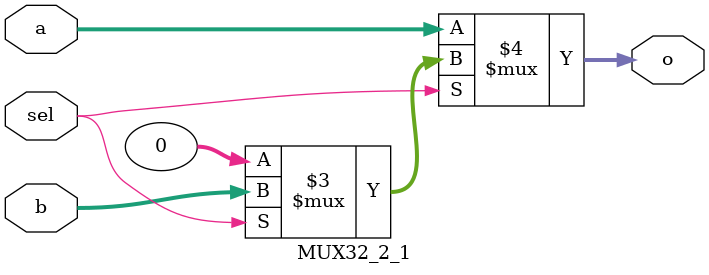
<source format=v>

`define WORD_WIDTH 32
`define NUM_REGS 32

`define OPCODE_LUI        7'b0110111
`define OPCODE_AUIPC      7'b0010111
`define OPCODE_JAL        7'b1101111
`define OPCODE_JALR       7'b1100111
`define OPCODE_IMM        7'b0010011
`define OPCODE_COMPUTE    7'b0110011
`define OPCODE_BRANCH     7'b1100011
`define OPCODE_LOAD       7'b0000011
`define OPCODE_STORE      7'b0100011 

`define FUNC_ADD      3'b000
`define FUNC_SLL      3'b001
`define FUNC_SLT      3'b010
`define FUNC_SLTU     3'b011
`define FUNC_XOR      3'b100
`define FUNC_SRL      3'b101
`define FUNC_OR       3'b110
`define FUNC_AND      3'b111
`define FUNC_B       3'b000
`define FUNC_H       3'b001
`define FUNC_W       3'b010
`define FUNC_BU     3'b100
`define FUNC_HU     3'b101


`define AUX_FUNC_ADD  7'b0000000
`define AUX_FUNC_SUB  7'b0100000
`define AUX_FUNC_MUL_DIV  7'b0000001

`define SIZE_BYTE  2'b00
`define SIZE_HWORD 2'b01
`define SIZE_WORD  2'b10


module SingleCycleCPU(halt, clk, rst);
   output halt;
   input clk, rst;

   wire [`WORD_WIDTH-1:0] PC, InstWord;
   wire [`WORD_WIDTH-1:0] DataAddr, StoreData, DataWord;
   wire [1:0]  MemSize;
   wire        MemWrEn;
   
   wire [4:0]  Rsrc1, Rsrc2, Rdst;
   wire [`WORD_WIDTH-1:0] Rdata1, Rdata2, SrcB, RWrdata;
   wire        RWrEn;

   wire [`WORD_WIDTH-1:0] NPC, PC_Plus_4;
   wire [6:0]  opcode;

   wire [6:0]  funct7;
   wire [2:0]  funct3;
   wire [31:0] imm;


   wire [2:0] imm_sel, Load_sel;
   wire EUSrc;
   wire [1:0] Store_sel, RWr_sel, NPC_sel;
   wire MemtoReg;
   

   wire [31:0] StoreData_B;
   wire [31:0] StoreData_H;
   wire [31:0] StoreData_W;

   wire [31:0] LoadData_B;
   wire [31:0] LoadData_H;
   wire [31:0] LoadData_W;
   wire [31:0] LoadData_BU;
   wire [31:0] LoadData_HU;
   wire [31:0] LoadData;

   wire [31:0] Result;
   wire [31:0] ExecutionResult;

   wire [31:0] PC_AUIPC, PC_branch, PC_jal, PC_jalr;

   

   wire invalid_op;
   
   // Only support R-TYPE ADD and SUB
   assign halt = invalid_op;
   assign invalid_op = !(((opcode == `OPCODE_COMPUTE) || (opcode == `OPCODE_AUIPC)
             || (opcode == `OPCODE_BRANCH) || (opcode == `OPCODE_IMM) || (opcode == `OPCODE_JAL)
             || (opcode == `OPCODE_JALR) || (opcode == `OPCODE_LOAD) || (opcode == `OPCODE_LUI) 
             || (opcode == `OPCODE_STORE)) && ((funct3 == `FUNC_ADD) 
             || (funct3 == `FUNC_AND) || (funct3 == `FUNC_B) || (funct3 == `FUNC_BU)
             || (funct3 == `FUNC_H) || (funct3 == `FUNC_HU) || (funct3 == `FUNC_OR)
             || (funct3 == `FUNC_SLL) || (funct3 == `FUNC_SLT) || (funct3 == `FUNC_SLTU)
             || (funct3 == `FUNC_SRL) || (funct3 == `FUNC_W) || (funct3 == `FUNC_XOR)) &&
		      ((funct7 == `AUX_FUNC_ADD) || (funct7 == `AUX_FUNC_SUB))|| (funct7 == `AUX_FUNC_MUL_DIV));
     
   // System State 
   Mem   MEM(.InstAddr(PC), .InstOut(InstWord), 
            .DataAddr(DataAddr), .DataSize(MemSize), .DataIn(StoreData), .DataOut(DataWord), .WE(MemWrEn), .CLK(clk));

   RegFile RF(.AddrA(Rsrc1), .DataOutA(Rdata1), 
	      .AddrB(Rsrc2), .DataOutB(Rdata2), 
	      .AddrW(Rdst), .DataInW(RWrdata), .WenW(RWrEn), .CLK(clk));

   Reg PC_REG(.Din(NPC), .Qout(PC), .WE(1'b1), .CLK(clk), .RST(rst));

   // Instruction Decode
   assign opcode = InstWord[6:0];   
   assign Rdst = InstWord[11:7]; 
   assign Rsrc1 = InstWord[19:15];
   assign Rsrc2 = InstWord[24:20];
   assign funct3 = InstWord[14:12];  // R-Type, I-Type, S-Type
   assign funct7 = InstWord[31:25];  // R-Type

   assign MemWrEn = 1'b0; // Change this to allow stores
   assign RWrEn = 1'b1;  // At the moment every instruction will write to the register file

   // Control Unit
   Control CU(.funct7(funct7), .funct3(funct3), .opcode(opcode), .logic_result(ExecutionResult[0]),.MemWrEn(MemWrEn), .RWrEn(RWrEn), .imm_sel(imm_sel), .EUSrc(EUSrc), .Store_sel(Store_sel), .Load_sel(Load_sel), .MemtoReg(MemtoReg), .RWr_sel(RWr_sel), .NPC_sel(NPC_sel));
   // Immediate Generation
   ImmGen IMM(.Inst(InstWord), .imm_sel(imm_sel), .imm(imm));

   // Hardwired to support R-Type instructions -- please add muxes and other control signals
   MUX32_2_1 MUX_opB(.a(Rdata2), .b(imm), .sel(EUSrc), .o(SrcB));
   ExecutionUnit EU(.out(ExecutionResult), .opA(Rdata1), .opB(SrcB), .func(funct3), .auxFunc(funct7), .opcode(opcode));

   // StoreData
   assign StoreData_B = { {24{Rdata2[7]}}, Rdata2[7:0]};
   assign StoreData_H = { {16{Rdata2[15]}}, Rdata2[15:0]};
   assign StoreData_W = Rdata2;
   MUX32_4_1 MUX_StoreData(.a(StoreData_B), .b(StoreData_H), .c(StoreData_W), .d(StoreData_W), .sel(Store_sel), .o(StoreData));

   // LoadData
   assign LoadData_B = { {24{DataWord[7]}}, DataWord[7:0]};
   assign LoadData_H = { {16{DataWord[15]}}, DataWord[15:0]};
   assign LoadData_W = DataWord;
   assign LoadData_BU = {16'b0, DataWord[15:0]};
   assign LoadData_HU = {16'b0, DataWord[15:0]};
   MUX32_8_1 MUX_LoadData(.a(LoadData_B), .b(LoadData_H), .c(LoadData_W), .d(LoadData_BU), .e(LoadData_HU), .f(LoadData_W), .g(LoadData_W), .h(LoadData_W), .sel(Load_sel), .o(LoadData));

   // Result
   MUX32_2_1 MUX_Result(.a(ExecutionResult), .b(LoadData), .sel(MemtoReg), .o(Result));

   // write to register file
   assign PC_AUIPC = PC + (imm<<12);
   MUX32_4_1 MUX_RWrdata(.a(PC_Plus_4), .b(PC_AUIPC), .c(Result), .d(Result), .sel(RWr_sel), .o(RWrdata));


   // Fetch Address Datapath
   assign PC_Plus_4 = PC + 4;
   assign PC_branch = PC + imm;
   assign PC_jal = PC + imm;
   assign PC_jalr = Result;
   MUX32_4_1 MUX_NPC(.a(PC_Plus_4), .b(PC_branch), .c(PC_jal), .d(PC_jalr), .sel(NPC_sel), .o(NPC));
   
endmodule // SingleCycleCPU

// Incomplete version of Lab2 execution unit
// You will need to extend it. Feel free to modify the interface also

module ExecutionUnit(out, opA, opB, func, auxFunc, opcode);
   output [`WORD_WIDTH-1:0] out;
   input [`WORD_WIDTH-1:0] opA, opB;
   input [2:0] func;
   input [6:0] auxFunc, opcode;

   wire [`WORD_WIDTH-1:0] add, sub, slli, srli, srai,
                        logicAnd, logicOr, logicXor, slti, sltiu,
                        mul, mulh, mulhsu, mulhu, div, divu, rem, remu,
                        lui, auipc, jal, jalr, branch;

   assign add = opA + opB;
   assign sub = opA - opB;
   assign slli = opA << opB[4:0];
   assign compLT = ($signed(opA) < $signed(opB)) ? 1 : 0;
   assign compLTU = (opA < opB) ? 1 : 0;
   assign logicXor = opA ^ opB;
   assign srli = opA >> opB[4:0];
   assign srai = $signed(opA) >>> opB[4:0];
   assign logicOr = opA | opB;
   assign logicAnd = opA & opB;

   assign addi = opA + opB;
   assign slti = ($signed(opA) < $signed(opB)) ? 1 : 0;
   assign sltiu = (opA < opB) ? 1 : 0;
   assign xori = opA ^ opB;
   assign ori = opA | opB;
   assign andi = opA & opB;
   assign slli_imm = opA << opB[4:0];
   assign srli_imm = opA >> opB[4:0];
   assign srai_imm = $signed(opA) >>> opB[4:0];

   assign lui = opB << 12;
   assign auipc = opA + opB;
   assign jal = opA + opB;
   assign jalr = (opA + opB) & ~1;

   assign branch = (func == 3'b000 && opA == opB) ? 1 :         // BEQ
                  (func == 3'b001 && opA != opB) ? 1 :         // BNE
                  (func == 3'b100 && $signed(opA) < $signed(opB)) ? 1 : // BLT
                  (func == 3'b101 && $signed(opA) >= $signed(opB)) ? 1 : // BGE
                  (func == 3'b110 && opA < opB) ? 1 :          // BLTU
                  (func == 3'b111 && opA >= opB) ? 1 : 0;      // BGEU

   assign load_store_addr = opA + opB;

   assign mul_result = opA * opB;
   assign mulh_result = ($signed(opA) * $signed(opB)) >>> 32;
   assign mulhsu_result = ($signed(opA) * opB) >>> 32;
   assign mulhu_result = (opA * opB) >>> 32;
   assign div_result = $signed(opA) / $signed(opB);
   assign divu_result = opA / opB;
   assign rem_result = $signed(opA) % $signed(opB);
   assign remu_result = opA % opB;

   assign out = (opcode == `OPCODE_COMPUTE) ? 
                     ((func == 3'b000) ? (auxFunc == 7'b0000000 ? add : sub) :
                        (func == 3'b001) ? slli :
                        (func == 3'b010) ? compLT :
                        (func == 3'b011) ? compLTU :
                        (func == 3'b100) ? logicXor :
                        (func == 3'b101) ? (auxFunc[5] ? srai : srli) :
                        (func == 3'b110) ? logicOr :
                        (func == 3'b111) ? logicAnd : 32'hXXXXXXXX) :
                  (opcode == `OPCODE_IMM) ? 
                     ((func == 3'b000) ? addi :
                        (func == 3'b010) ? slti :
                        (func == 3'b011) ? sltiu :
                        (func == 3'b100) ? xori :
                        (func == 3'b110) ? ori :
                        (func == 3'b111) ? andi :
                        (func == 3'b001) ? slli_imm :
                        (func == 3'b101) ? (auxFunc[5] ? srai_imm : srli_imm) :
                        32'hXXXXXXXX) :
                  (opcode == `OPCODE_LUI) ? lui :
                  (opcode == `OPCODE_AUIPC) ? auipc :
                  (opcode == `OPCODE_JAL) ? jal :
                  (opcode == `OPCODE_JALR) ? jalr :
                  (opcode == `OPCODE_BRANCH) ? branch :
                  (opcode == `OPCODE_LOAD || opcode == `OPCODE_STORE) ? load_store_addr :
                  (opcode == `OPCODE_COMPUTE || auxFunc == `OPCODE_COMPUTE) ?
                     ((func == 3'b000) ? mul_result :
                        (func == 3'b001) ? mulh_result :
                        (func == 3'b010) ? mulhsu_result :
                        (func == 3'b011) ? mulhu_result :
                        (func == 3'b100) ? div_result :
                        (func == 3'b101) ? divu_result :
                        (func == 3'b110) ? rem_result :
                        (func == 3'b111) ? remu_result :
                        32'hXXXXXXXX) :
                  32'hXXXXXXXX;

endmodule // ExecutionUnit

module Control(funct7, funct3, opcode, logic_result, MemWrEn, RWrEn, imm_sel, EUSrc, Store_sel, Load_sel, MemtoReg, RWr_sel, NPC_sel);
      input [6:0] funct7;
      input [2:0] funct3;
      input [6:0] opcode;
      input logic_result;
      output [2:0] imm_sel, Load_sel;
      output EUSrc;
      output [1:0] Store_sel, RWr_sel, NPC_sel;
      output MemtoReg;
      output MemWrEn, RWrEn;
   
      assign MemWrEn = (opcode == `OPCODE_STORE) ? 1'b1 : 1'b0;
      assign RWrEn = (opcode == `OPCODE_COMPUTE || opcode == `OPCODE_IMM || opcode == `OPCODE_LUI || opcode == `OPCODE_AUIPC || opcode == `OPCODE_LOAD || opcode == `OPCODE_JAL) ? 1 : 0;
      assign imm_sel = (opcode == `OPCODE_IMM && funct3 == `FUNC_SLTU) ? 3'b100 : 
                       (opcode == `OPCODE_BRANCH) ? 3'b110 : 
                       (opcode == `OPCODE_LOAD || (opcode == `OPCODE_IMM && funct3 != `FUNC_SLTU) ) ? 3'b011 : 
                       (opcode == `OPCODE_STORE) ? 3'b101 : 
                       (opcode == `OPCODE_LUI || opcode == `OPCODE_AUIPC) ? 3'b000 :
                       (opcode == `OPCODE_JAL) ? 3'b001 : 
                       (opcode == `OPCODE_JALR) ? 3'b010 : 3'b000;
      assign EUSrc = (opcode == `OPCODE_IMM || opcode == `OPCODE_LUI || opcode == `OPCODE_AUIPC || opcode == `OPCODE_JAL || opcode == `OPCODE_JALR || opcode == `OPCODE_LOAD || opcode == `OPCODE_STORE ) ? 1'b1 : 1'b0;
      assign Store_sel = (opcode == `OPCODE_STORE) ? 
                           (funct3 == `FUNC_B) ? 2'b00 :
                           (funct3 == `FUNC_H) ? 2'b01 :
                           (funct3 == `FUNC_W) ? 2'b10 : 2'b00
                           : 2'b00;
      assign Load_sel = (opcode == `OPCODE_LOAD) ? 
                           (funct3 == `FUNC_B) ? 3'b000 : 
                           (funct3 == `FUNC_H) ? 3'b001 :
                           (funct3 == `FUNC_W) ? 3'b010 :
                           (funct3 == `FUNC_BU) ? 3'b011 :
                           (funct3 == `FUNC_HU) ? 3'b100 : 3'b000
                           : 3'b000;
      assign MemtoReg = (opcode == `OPCODE_LOAD) ? 1'b1 : 1'b0;
      assign RWr_sel = (opcode == `OPCODE_LUI || opcode == `OPCODE_LOAD || opcode == `OPCODE_IMM || opcode == `OPCODE_COMPUTE) ? 2'b10 :
                        (opcode == `OPCODE_AUIPC) ? 2'b01 :
                        (opcode == `OPCODE_JAL || opcode == `OPCODE_JALR) ? 2'b00 : 
                        2'b10;
      assign NPC_sel = (opcode == `OPCODE_BRANCH && logic_result) ? 2'b01 :
                         (opcode == `OPCODE_JAL) ? 2'b10 : 
                           (opcode == `OPCODE_JALR) ? 2'b11 : 
                           2'b00;
endmodule


module ImmGen(Inst, imm_sel, imm);
    input [31:0] Inst;
    input [2:0] imm_sel;
    output [31:0] imm;
 
    wire [31:0] imm_U;
    wire [31:0] imm_JAL;
    wire [31:0] imm_JALR;
    wire [31:0] imm_I_s;
    wire [31:0] imm_I_u;
    wire [31:0] imm_S;
    wire [31:0] imm_B;

   assign imm_U = {12'b0, Inst[31:12]};
   assign imm_JAL = { {11{Inst[31]}}, Inst[31], Inst[19:12], Inst[20], Inst[30:21], 1'b0 };
   assign imm_JALR = {{20{Inst[31]}}, Inst[31:20]};
   assign imm_I_s = {{20{Inst[31]}}, Inst[31:20]};
   assign imm_I_u = { 20'b0, Inst[31:20] };
   assign imm_S = { {20{Inst[31]}}, Inst[31:25], Inst[11:7]};
   assign imm_B = { {20{Inst[31]}}, Inst[7], Inst[30:25], Inst[11:8], 1'b0};

   assign imm = (imm_sel == 3'b000) ? imm_U :
                (imm_sel == 3'b001) ? imm_JAL :
                (imm_sel == 3'b010) ? imm_JALR :
                (imm_sel == 3'b011) ? imm_I_s :
                (imm_sel == 3'b100) ? imm_I_u :
                (imm_sel == 3'b101) ? imm_S :
                (imm_sel == 3'b110) ? imm_B : 32'b0;
endmodule

module MUX32_8_1(a, b, c, d, e, f, g, h, sel, o);
    input [31:0] a, b, c, d, e, f, g, h;  
    input [2:0] sel;          
    output [31:0] o;          

   
    assign o = (sel == 3'b000) ? a :
               (sel == 3'b001) ? b :
               (sel == 3'b010) ? c :
               (sel == 3'b011) ? d :
               (sel == 3'b100) ? e :
               (sel == 3'b101) ? f :
               (sel == 3'b110) ? g :
               (sel == 3'b111) ? h : 32'b0;  // 0 BY DEFAULT
endmodule


module MUX32_4_1(a, b, c, d, sel, o);
    input [31:0] a, b, c, d;  
    input [1:0] sel;          
    output [31:0] o;          

   
    assign o = (sel == 2'b00) ? a :
               (sel == 2'b01) ? b :
               (sel == 2'b10) ? c :
               (sel == 2'b11) ? d : 32'b0;  // 0 BY DEFAULT
endmodule

module MUX32_2_1(a, b, sel, o);
    input [31:0] a, b;  
    input sel;          
    output [31:0] o;          

   
    assign o = (sel == 1'b0) ? a :
               (sel == 1'b1) ? b : 32'b0;  // 0 BY DEFAULT
endmodule

</source>
